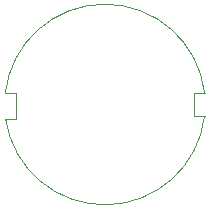
<source format=gbr>
G04 #@! TF.GenerationSoftware,KiCad,Pcbnew,5.1.5-1.fc31*
G04 #@! TF.CreationDate,2020-03-29T10:54:51-05:00*
G04 #@! TF.ProjectId,TK-X90-Programming,544b2d58-3930-42d5-9072-6f6772616d6d,A*
G04 #@! TF.SameCoordinates,Original*
G04 #@! TF.FileFunction,Profile,NP*
%FSLAX46Y46*%
G04 Gerber Fmt 4.6, Leading zero omitted, Abs format (unit mm)*
G04 Created by KiCad (PCBNEW 5.1.5-1.fc31) date 2020-03-29 10:54:51*
%MOMM*%
%LPD*%
G04 APERTURE LIST*
%ADD10C,0.050000*%
G04 APERTURE END LIST*
D10*
X157500000Y-99000000D02*
X158434325Y-99000001D01*
X141565228Y-99003774D02*
G75*
G02X158434325Y-99000001I8434772J-996226D01*
G01*
X157500000Y-101000000D02*
X158434326Y-100992274D01*
X158434325Y-100992274D02*
G75*
G02X141600002Y-101249998I-8434325J992274D01*
G01*
X157500000Y-99000000D02*
X157500000Y-101000000D01*
X142500000Y-101250000D02*
X141600001Y-101249999D01*
X142500000Y-99000000D02*
X141566126Y-99003881D01*
X142500000Y-99000000D02*
X142500000Y-101250000D01*
M02*

</source>
